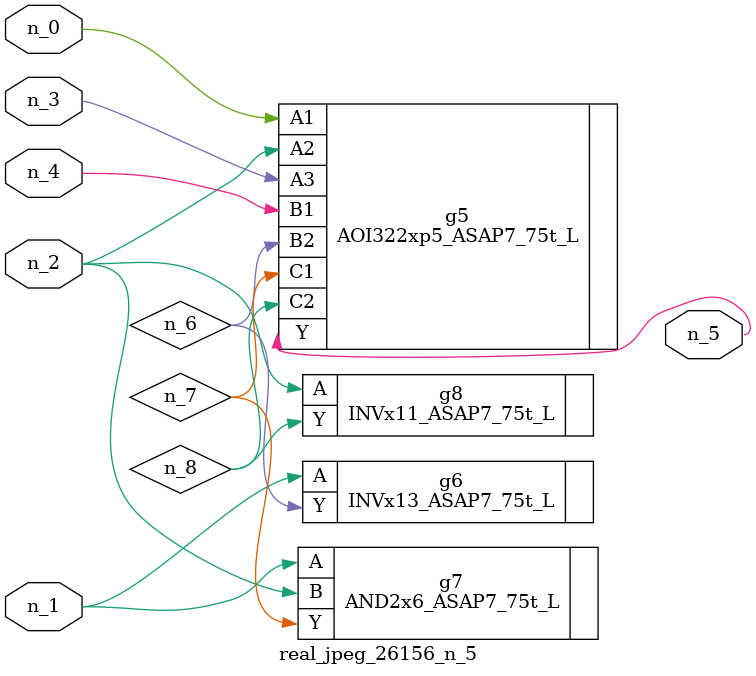
<source format=v>
module real_jpeg_26156_n_5 (n_4, n_0, n_1, n_2, n_3, n_5);

input n_4;
input n_0;
input n_1;
input n_2;
input n_3;

output n_5;

wire n_8;
wire n_6;
wire n_7;

AOI322xp5_ASAP7_75t_L g5 ( 
.A1(n_0),
.A2(n_2),
.A3(n_3),
.B1(n_4),
.B2(n_6),
.C1(n_7),
.C2(n_8),
.Y(n_5)
);

INVx13_ASAP7_75t_L g6 ( 
.A(n_1),
.Y(n_6)
);

AND2x6_ASAP7_75t_L g7 ( 
.A(n_1),
.B(n_2),
.Y(n_7)
);

INVx11_ASAP7_75t_L g8 ( 
.A(n_2),
.Y(n_8)
);


endmodule
</source>
